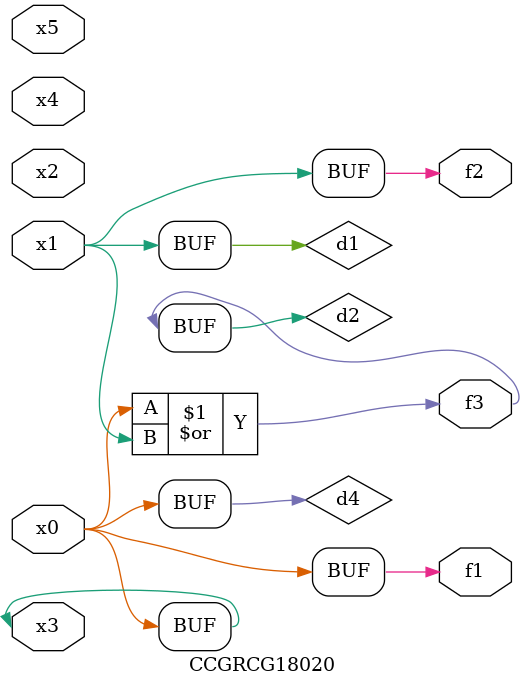
<source format=v>
module CCGRCG18020(
	input x0, x1, x2, x3, x4, x5,
	output f1, f2, f3
);

	wire d1, d2, d3, d4;

	and (d1, x1);
	or (d2, x0, x1);
	nand (d3, x0, x5);
	buf (d4, x0, x3);
	assign f1 = d4;
	assign f2 = d1;
	assign f3 = d2;
endmodule

</source>
